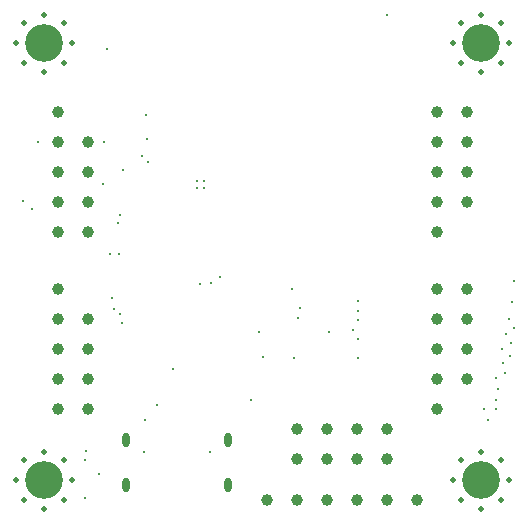
<source format=gbr>
%TF.GenerationSoftware,Altium Limited,Altium Designer,24.10.1 (45)*%
G04 Layer_Color=0*
%FSLAX43Y43*%
%MOMM*%
%TF.SameCoordinates,49FC1627-19C9-4530-BC61-3FE05538F24C*%
%TF.FilePolarity,Positive*%
%TF.FileFunction,Plated,1,2,PTH,Drill*%
%TF.Part,Single*%
G01*
G75*
%TA.AperFunction,ComponentDrill*%
%ADD44O,0.600X1.200*%
%ADD45C,1.000*%
%ADD46C,1.000*%
%ADD47C,3.200*%
%ADD48C,0.500*%
%TA.AperFunction,ViaDrill,NotFilled*%
%ADD49C,0.300*%
D44*
X19095Y3100D02*
D03*
X10455D02*
D03*
X19095Y6900D02*
D03*
X10455D02*
D03*
D45*
X39340Y12040D02*
D03*
X36800D02*
D03*
X39340Y14580D02*
D03*
X36800D02*
D03*
X39340Y17120D02*
D03*
X36800D02*
D03*
X39340Y19660D02*
D03*
X36800D02*
D03*
Y9500D02*
D03*
X7200Y24500D02*
D03*
X4660D02*
D03*
X7200Y27040D02*
D03*
X4660D02*
D03*
X7200Y29580D02*
D03*
X4660D02*
D03*
X7200Y32120D02*
D03*
X4660D02*
D03*
Y34660D02*
D03*
X36800Y24500D02*
D03*
Y34660D02*
D03*
X39340D02*
D03*
X36800Y32120D02*
D03*
X39340D02*
D03*
X36800Y29580D02*
D03*
X39340D02*
D03*
X36800Y27040D02*
D03*
X39340D02*
D03*
X7200Y9500D02*
D03*
X4660D02*
D03*
X7200Y12040D02*
D03*
X4660D02*
D03*
X7200Y14580D02*
D03*
X4660D02*
D03*
X7200Y17120D02*
D03*
X4660D02*
D03*
Y19660D02*
D03*
D46*
X24920Y5310D02*
D03*
Y7850D02*
D03*
X27460Y5310D02*
D03*
Y7850D02*
D03*
X30000Y5310D02*
D03*
Y7850D02*
D03*
X32540Y5310D02*
D03*
Y7850D02*
D03*
X30006Y1837D02*
D03*
X32546D02*
D03*
X22386D02*
D03*
X24926D02*
D03*
X27466D02*
D03*
X35086D02*
D03*
D47*
X3500Y40500D02*
D03*
Y3500D02*
D03*
X40500Y40500D02*
D03*
Y3500D02*
D03*
D48*
X3500Y38100D02*
D03*
X1803Y38803D02*
D03*
X1100Y40500D02*
D03*
X1803Y42197D02*
D03*
X3500Y42900D02*
D03*
X5197Y42197D02*
D03*
X5900Y40500D02*
D03*
X5197Y38803D02*
D03*
Y1803D02*
D03*
X5900Y3500D02*
D03*
X5197Y5197D02*
D03*
X3500Y5900D02*
D03*
X1803Y5197D02*
D03*
X1100Y3500D02*
D03*
X1803Y1803D02*
D03*
X3500Y1100D02*
D03*
X42197Y38803D02*
D03*
X42900Y40500D02*
D03*
X42197Y42197D02*
D03*
X40500Y42900D02*
D03*
X38803Y42197D02*
D03*
X38100Y40500D02*
D03*
X38803Y38803D02*
D03*
X40500Y38100D02*
D03*
X42197Y1803D02*
D03*
X42900Y3500D02*
D03*
X42197Y5197D02*
D03*
X40500Y5900D02*
D03*
X38803Y5197D02*
D03*
X38100Y3500D02*
D03*
X38803Y1803D02*
D03*
X40500Y1100D02*
D03*
D49*
X30059Y13812D02*
D03*
X40770Y9502D02*
D03*
X43301Y20407D02*
D03*
X29701Y16226D02*
D03*
X43109Y18555D02*
D03*
X42596Y15839D02*
D03*
X42400Y13400D02*
D03*
X43000Y14050D02*
D03*
X41800Y10300D02*
D03*
X9850Y22675D02*
D03*
X9100Y22651D02*
D03*
X12329Y30443D02*
D03*
X11818Y30982D02*
D03*
X25148Y18083D02*
D03*
X24536Y19647D02*
D03*
X24981Y17248D02*
D03*
X30059Y17032D02*
D03*
Y17836D02*
D03*
Y18641D02*
D03*
X41131Y8591D02*
D03*
X41808Y9498D02*
D03*
X41965Y11225D02*
D03*
X42539Y12604D02*
D03*
X43081Y15117D02*
D03*
X43264Y16366D02*
D03*
X42286Y14644D02*
D03*
X41768Y12129D02*
D03*
X42890Y17129D02*
D03*
X30059Y15422D02*
D03*
X27612Y16027D02*
D03*
X32513Y42928D02*
D03*
X1769Y27147D02*
D03*
X2521Y26452D02*
D03*
X8616Y32128D02*
D03*
X2997Y32127D02*
D03*
X17057Y28816D02*
D03*
X16439Y28198D02*
D03*
X17057D02*
D03*
X16439Y28816D02*
D03*
X12227Y32426D02*
D03*
X12157Y34407D02*
D03*
X8842Y39973D02*
D03*
X24700Y13870D02*
D03*
X21676Y16019D02*
D03*
X6999Y5227D02*
D03*
X6973Y2008D02*
D03*
X8188Y4018D02*
D03*
X7025Y6006D02*
D03*
X17626Y20173D02*
D03*
X18386Y20729D02*
D03*
X9794Y25298D02*
D03*
X9922Y25995D02*
D03*
X9286Y18937D02*
D03*
X9429Y17957D02*
D03*
X9945Y17548D02*
D03*
X14439Y12924D02*
D03*
X10110Y16832D02*
D03*
X8473Y28566D02*
D03*
X10230Y29737D02*
D03*
X16702Y20132D02*
D03*
X22065Y13917D02*
D03*
X21055Y10314D02*
D03*
X17528Y5909D02*
D03*
X12014Y5887D02*
D03*
X13061Y9855D02*
D03*
X12068Y8618D02*
D03*
%TF.MD5,789a856f4f9845b034765d1c0b789e68*%
M02*

</source>
